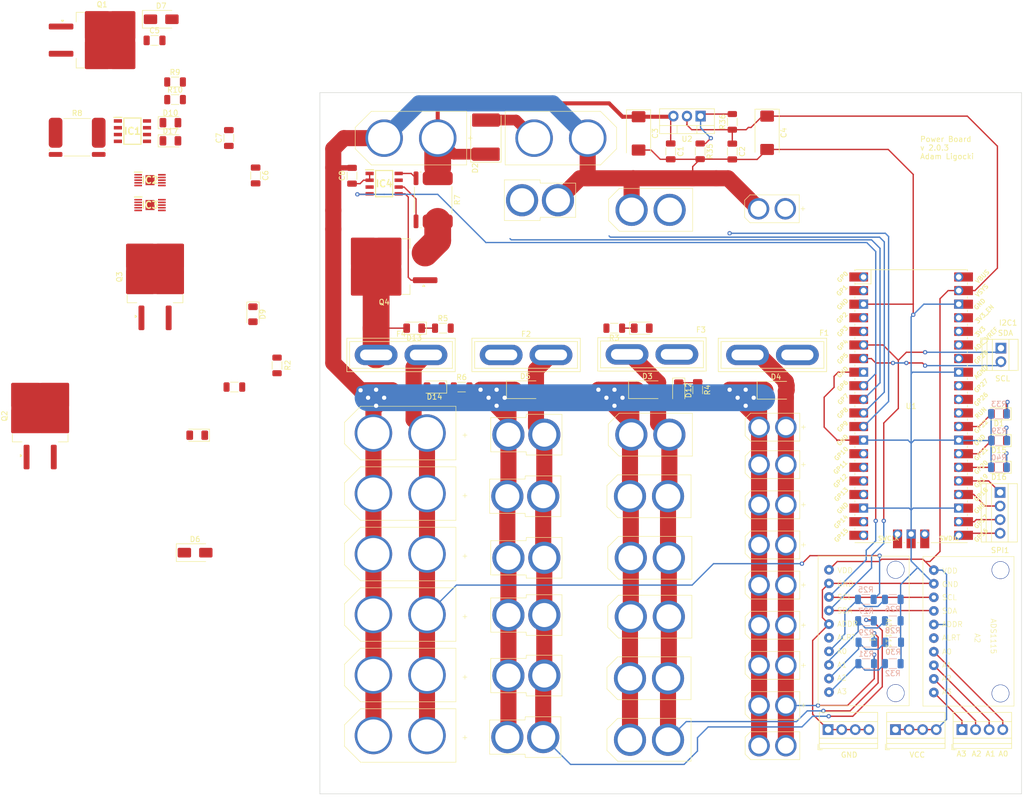
<source format=kicad_pcb>
(kicad_pcb (version 20240108) (generator "pcbnew") (generator_version "8.0")
  (layers (0 "F.Cu" signal) (31 "B.Cu" signal) (34 "B.Paste" user) (35 "F.Paste" user) (36 "B.SilkS" user "B.Silkscreen") (37 "F.SilkS" user "F.Silkscreen") (38 "B.Mask" user) (39 "F.Mask" user) (44 "Edge.Cuts" user))
  (net 0 "")
  (net 1 "GND")
  (net 2 "Net-(A2-A0)")
  (net 3 "Net-(A2-A2)")
  (net 4 "Net-(A2-A3)")
  (net 5 "Net-(A2-A1)")
  (net 6 "VCC")
  (net 7 "+24V")
  (net 8 "+12V")
  (net 9 "Net-(IC2-BST)")
  (net 10 "Net-(IC2-TS)")
  (net 11 "Net-(IC3-BST)")
  (net 12 "+5V")
  (net 13 "Net-(IC3-TS)")
  (net 14 "Net-(IC2-TGDN)")
  (net 15 "+42V")
  (net 16 "EN_24V")
  (net 17 "EN_12V")
  (net 18 "EN_5V")
  (net 19 "Net-(A1-A0)")
  (net 20 "Net-(A1-A1)")
  (net 21 "Net-(A1-A2)")
  (net 22 "Net-(A1-A3)")
  (net 23 "Net-(U2-ADJ)")
  (net 24 "SCL")
  (net 25 "SDA")
  (net 28 "Net-(D1-A)")
  (net 36 "Net-(D1-K)")
  (net 42 "Net-(D15-K)")
  (net 48 "Net-(D15-A)")
  (net 57 "Net-(D16-K)")
  (net 68 "Net-(D16-A)")
  (net 73 "12V_2")
  (net 74 "5V_2")
  (net 75 "24V_2")
  (net 76 "42V_2")
  (net 77 "Net-(D2-A)")
  (net 78 "Net-(D8-A)")
  (net 79 "Net-(D8-K)")
  (net 80 "Net-(D9-K)")
  (net 81 "Net-(D10-K)")
  (net 82 "Net-(D11-A)")
  (net 83 "Net-(D11-K)")
  (net 84 "Net-(D12-K)")
  (net 87 "Net-(IC3-TGDN)")
  (net 89 "Net-(SPI1-Pin_2)")
  (net 90 "Net-(SPI1-Pin_1)")
  (net 91 "Net-(SPI1-Pin_3)")
  (net 92 "Net-(SPI1-Pin_4)")
  (net 95 "Net-(IC4-GND)")
  (net 96 "Net-(D6-A1)")
  (net 97 "Net-(D13-A)")
  (net 98 "Net-(D13-K)")
  (net 99 "Net-(D14-K)")
  (net 100 "EN_42V")
  (net 101 "Net-(IC4-SENSE)")
  (net 102 "Net-(Q4-S)")
  (net 103 "Net-(IC1-GND)")
  (net 104 "Net-(D7-A1)")
  (net 105 "Net-(D10-A)")
  (net 106 "Net-(D17-K)")
  (net 107 "Net-(IC1-SENSE)")
  (net 110 "Net-(Q1-S)")
  (footprint "my_footprint_lib:XT90" (layer "F.Cu") (at 84.6 98.1)
    (property "Reference" "J5" (hide yes))
    (property "Value" "XT90" (hide yes))
  )
  (footprint "MountingHole:MountingHole_3.2mm_M3" (layer "F.Cu") (at 208 32.5)
    (property "Reference" "H4" (hide yes))
    (property "Value" "MountingHole" (hide yes))
  )
  (footprint "my_footprint_lib:XT30" (layer "F.Cu") (at 159.4 94.6)
    (property "Reference" "J22" (hide yes))
    (property "Value" "XT30" (hide yes))
  )
  (footprint "Diode_SMD:D_1206_3216Metric" (layer "F.Cu") (at 101.4 84.5 180)
    (property "Reference" "D14")
    (property "Value" "LED")
  )
  (footprint "Diode_SMD:D_1206_3216Metric" (layer "F.Cu") (at 67.5 70.9 -90)
    (property "Reference" "D9")
    (property "Value" "LED")
  )
  (footprint "my_footprint_lib:XT30" (layer "F.Cu") (at 159.4 139.1)
    (property "Reference" "J29" (hide yes))
    (property "Value" "XT30" (hide yes))
  )
  (footprint "Capacitor_Tantalum_SMD:CP_EIA-7343-15_Kemet-W" (layer "F.Cu") (at 139.5 37.1125 -90)
    (property "Reference" "C3")
    (property "Value" "10u")
  )
  (footprint "Diode_SMD:D_SMA" (layer "F.Cu") (at 50.375 15.79)
    (property "Reference" "D7")
    (property "Value" "SMAJ48A")
  )
  (footprint "my_footprint_lib:XT60" (layer "F.Cu") (at 133.75 131.4)
    (property "Reference" "J19" (hide yes))
    (property "Value" "XT60" (hide yes))
  )
  (footprint "my_footprint_lib:XT30" (layer "F.Cu") (at 159.4 109.1)
    (property "Reference" "J24" (hide yes))
    (property "Value" "XT30" (hide yes))
  )
  (footprint "my_footprint_lib:XT90" (layer "F.Cu") (at 84.6 154.6)
    (property "Reference" "J28" (hide yes))
    (property "Value" "XT90" (hide yes))
  )
  (footprint "Capacitor_SMD:C_1206_3216Metric" (layer "F.Cu") (at 86 45.025 90)
    (property "Reference" "C8")
    (property "Value" "1u")
  )
  (footprint "Diode_SMD:D_3220_8050Metric" (layer "F.Cu") (at 111 37.8125 90)
    (property "Reference" "D2")
    (property "Value" "D")
  )
  (footprint "Resistor_SMD:R_1206_3216Metric" (layer "F.Cu") (at 102.9625 73.5)
    (property "Reference" "R5")
    (property "Value" "6k8")
  )
  (footprint "Capacitor_SMD:C_1206_3216Metric" (layer "F.Cu") (at 49.13 19.74)
    (property "Reference" "C5")
    (property "Value" "1u")
  )
  (footprint "Resistor_SMD:R_Shunt_Isabellenhuette_BVR4026" (layer "F.Cu") (at 34.68 37.84)
    (property "Reference" "R8")
    (property "Value" "3m")
  )
  (footprint "Resistor_SMD:R_1206_3216Metric" (layer "F.Cu") (at 72 80.4625 -90)
    (property "Reference" "R2")
    (property "Value" "6k8")
  )
  (footprint "SamacSys_Parts:SOIC127P599X175-8N" (layer "F.Cu") (at 92 46.5)
    (property "Reference" "IC4")
    (property "Value" "LT1910ES8#PBF" (hide yes))
  )
  (footprint "Fuse:Fuse_Blade_ATO_directSolder" (layer "F.Cu") (at 146.65 78.4 180)
    (property "Reference" "F3")
    (property "Value" "Fuse")
  )
  (footprint "Diode_SMD:D_1206_3216Metric" (layer "F.Cu") (at 140.1 73.5)
    (property "Reference" "D11" (hide yes))
    (property "Value" "LED")
  )
  (footprint "my_footprint_lib:XT60" (layer "F.Cu") (at 133.75 120.4)
    (property "Reference" "J18" (hide yes))
    (property "Value" "XT60" (hide yes))
  )
  (footprint "my_footprint_lib:DEAN_T" (layer "F.Cu") (at 125.2 97.2)
    (property "Reference" "J10" (hide yes))
    (property "Value" "DEAN_T" (hide yes))
  )
  (footprint "Capacitor_SMD:C_1206_3216Metric" (layer "F.Cu") (at 157 40.5 -90)
    (property "Reference" "C2")
    (property "Value" "1u")
  )
  (footprint "Diode_SMD:D_1206_3216Metric" (layer "F.Cu") (at 97.6 73.5 180)
    (property "Reference" "D13")
    (property "Value" "LED")
  )
  (footprint "Fuse:Fuse_Blade_ATO_directSolder" (layer "F.Cu") (at 90.5 78.5)
    (property "Reference" "F4")
    (property "Value" "Fuse")
  )
  (footprint "TerminalBlock:TerminalBlock_Xinya_XY308-2.54-4P_1x04_P2.54mm_Horizontal" (layer "F.Cu") (at 174.88 148.5)
    (property "Reference" "GND1" (hide yes))
    (property "Value" "Screw_Terminal_01x04" (hide yes))
  )
  (footprint "Diode_SMD:D_1206_3216Metric" (layer "F.Cu") (at 206.78 99.5 180)
    (property "Reference" "D16")
    (property "Value" "LED")
  )
  (footprint "MountingHole:MountingHole_3.2mm_M3" (layer "F.Cu") (at 208 157.5)
    (property "Reference" "H3" (hide yes))
    (property "Value" "MountingHole" (hide yes))
  )
  (footprint "my_footprint_lib:DEAN_T" (layer "F.Cu") (at 125.2 130.9)
    (property "Reference" "J13" (hide yes))
    (property "Value" "DEAN_T" (hide yes))
  )
  (footprint "Fuse:Fuse_Blade_ATO_directSolder" (layer "F.Cu") (at 113.85 78.5)
    (property "Reference" "F2")
    (property "Value" "Fuse")
  )
  (footprint "MountingHole:MountingHole_3.2mm_M3" (layer "F.Cu") (at 83 157.6)
    (property "Reference" "H2" (hide yes))
    (property "Value" "MountingHole" (hide yes))
  )
  (footprint "my_footprint_lib:XT90" (layer "F.Cu") (at 84.6 132)
    (property "Reference" "J8" (hide yes))
    (property "Value" "XT90" (hide yes))
  )
  (footprint "my_footprint_lib:XT30" (layer "F.Cu") (at 159.4 154.1)
    (property "Reference" "J31" (hide yes))
    (property "Value" "XT30" (hide yes))
  )
  (footprint "my_footprint_lib:ADS1115" (layer "F.Cu") (at 192.595 116.165 -90)
    (property "Reference" "A2")
    (property "Value" "ADS1115_ADC_Module")
  )
  (footprint "Resistor_SMD:R_1206_3216Metric" (layer "F.Cu") (at 52.96 30.8)
    (property "Reference" "R10")
    (property "Value" "6k8")
  )
  (footprint "Resistor_SMD:R_1206_3216Metric" (layer "F.Cu") (at 151 40.4625 -90)
    (property "Reference" "R35")
    (property "Value" "680R")
  )
  (footprint "SamacSys_Parts:SOP50P490X110-11N" (layer "F.Cu") (at 48.288 50.5)
    (property "Reference" "IC3")
    (property "Value" "LTC7004HMSE#PBF" (hide yes))
  )
  (footprint "my_footprint_lib:XT30" (layer "F.Cu") (at 159.4 116.6)
    (property "Reference" "J25" (hide yes))
    (property "Value" "XT30" (hide yes))
  )
  (footprint "my_footprint_lib:XT30" (layer "F.Cu") (at 159.4 101.6)
    (property "Reference" "J23" (hide yes))
    (property "Value" "XT30" (hide yes))
  )
  (footprint "my_footprint_lib:XT30" (layer "F.Cu") (at 159.3 53.8)
    (property "Reference" "J4" (hide yes))
    (property "Value" "XT30" (hide yes))
  )
  (footprint "SamacSys_Parts:SOP50P490X110-11N" (layer "F.Cu") (at 48.288 45.848)
    (property "Reference" "IC2")
    (property "Value" "LTC7004HMSE#PBF" (hide yes))
  )
  (footprint "Resistor_SMD:R_Shunt_Isabellenhuette_BVR4026" (layer "F.Cu") (at 101.15 49.525 -90)
    (property "Reference" "R7")
    (property "Value" "3m")
  )
  (footprint "my_footprint_lib:DEAN_T" (layer "F.Cu") (at 114.45 45.8 180)
    (property "Reference" "J2" (hide yes))
    (property "Value" "DEAN_T" (hide yes))
  )
  (footprint "Package_TO_SOT_SMD:TO-263-2" (layer "F.Cu") (at 49.225 63.925 90)
    (property "Reference" "Q3")
    (property "Value" "IRFS7437TRLPBF")
  )
  (footprint "TerminalBlock:TerminalBlock_Xinya_XY308-2.54-2P_1x02_P2.54mm_Horizontal" (layer "F.Cu") (at 207.15 77.225 -90)
    (property "Reference" "I2C1")
    (property "Value" "Screw_Terminal_01x02" (hide yes))
  )
  (footprint "my_footprint_lib:DEAN_T" (layer "F.Cu") (at 125 108.7)
    (property "Reference" "J11" (hide yes))
    (property "Value" "DEAN_T" (hide yes))
  )
  (footprint "Diode_SMD:D_1206_3216Metric" (layer "F.Cu") (at 52.1 35.11)
    (property "Reference" "D10")
    (property "Value" "LED")
  )
  (footprint "my_footprint_lib:XT90" (layer "F.Cu") (at 84.6 143.3)
    (property "Reference" "J9" (hide yes))
    (property "Value" "XT90" (hide yes))
  )
  (footprint "my_footprint_lib:XT90" (layer "F.Cu") (at 135.4 33 180)
    (property "Reference" "J32" (hide yes))
    (property "Value" "Conn_01x02")
  )
  (footprint "SamacSys_Parts:SOIC127P599X175-8N" (layer "F.Cu") (at 45.005 36.692)
    (property "Reference" "IC1")
    (property "Value" "LT1910ES8#PBF" (hide yes))
  )
  (footprint "my_footprint_lib:XT60" (layer "F.Cu") (at 133.6 142.9)
    (property "Reference" "J20" (hide yes))
    (property "Value" "XT60" (hide yes))
  )
  (footprint "my_footprint_lib:DEAN_T" (layer "F.Cu") (at 125.2 120.2)
    (property "Reference" "J12" (hide yes))
    (property "Value" "DEAN_T" (hide yes))
  )
  (footprint "Diode_SMD:D_SMA" (layer "F.Cu") (at 165.15 85.1)
    (property "Reference" "D4")
    (property "Value" "SMAJ6.5CA")
  )
  (footprint "Resistor_SMD:R_1206_3216Metric" (layer "F.Cu") (at 64.0375 84.5)
    (property "Reference" "R1" (hide yes))
    (property "Value" "6k8" (hide yes))
  )
  (footprint "my_footprint_lib:XT30" (layer "F.Cu") (at 159.4 131.6)
    (property "Reference" "J27" (hide yes))
    (property "Value" "XT30" (hide yes))
  )
  (footprint "Capacitor_Tantalum_SMD:CP_EIA-7343-15_Kemet-W" (layer "F.Cu") (at 163.5 37 -90)
    (property "Reference" "C4")
    (property "Value" "10u")
  )
  (footprint "my_footprint_lib:XT90" (layer "F.Cu") (at 86.6 43)
    (property "Reference" "J1" (hide yes))
    (property "Value" "XT90")
  )
  (footprint "MCU_RaspberryPi_and_Boards:RPi_Pico_SMD_TH" (layer "F.Cu") (at 190.39 88.07)
    (property "Reference" "U1")
    (property "Value" "Pico")
  )
  (footprint "Diode_SMD:D_SMA" (layer "F.Cu") (at 118.35 85)
    (property "Reference" "D5")
    (property "Value" "SMAJ30CA")
  )
  (footprint "my_footprint_lib:XT30" (layer "F.Cu") (at 159.4 146.6)
    (property "Reference" "J30" (hide yes))
    (property "Value" "XT30" (hide yes))
  )
  (footprint "Resistor_SMD:R_1206_3216Metric" (layer "F.Cu") (at 134.9625 73.5 180)
    (property "Reference" "R3")
    (property "Value" "6k8")
  )
  (footprint "my_footprint_lib:XT60" (layer "F.Cu") (at 133.9 55.4)
    (property "Reference" "J3" (hide yes))
    (property "Value" "XT60" (hide yes))
  )
  (footprint "Capacitor_SMD:C_1206_3216Metric" (layer "F.Cu") (at 68 44.975 -90)
    (property "Reference" "C6")
    (property "Value" "0.1u")
  )
  (footprint "Resistor_SMD:R_1206_3216Metric" (layer "F.Cu") (at 52.96 27.51)
    (property "Reference" "R9")
    (property "Value" "6k8")
  )
  (footprint "Diode_SMD:D_SMA" (layer "F.Cu") (at 56.7025 115.44)
    (property "Reference" "D6")
    (property "Value" "SMAJ48A")
  )
  (footprint "MountingHole:MountingHole_3.2mm_M3" (layer "F.Cu") (at 83 32.5)
    (property "Reference" "H1" (hide yes))
    (property "Value" "MountingHole" (hide yes))
  )
  (footprint "my_footprint_lib:DEAN_T" (layer "F.Cu") (at 125.2 142.2)
    (property "Reference" "J14" (hide yes))
    (property "Value" "DEAN_T" (hide yes))
  )
  (footprint "my_footprint_lib:XT60" (layer "F.Cu") (at 133.6 108.9)
    (property "Reference" "J17" (hide yes))
    (property "Value" "XT60" (hide yes))
  )
  (footprint "Fuse:Fuse_Blade_ATO_directSolder" (layer "F.Cu") (at 169.15 78.5 180)
    (property "Reference" "F1")
    (property "Value" "Fuse")
  )
  (footprint "Diode_SMD:D_1206_3216Metric" (layer "F.Cu") (at 206.78 89.5 180)
    (property "Reference" "D1")
    (property "Value" "LED")
  )
  (footprint "my_footprint_lib:XT90" (layer "F.Cu") (at 84.6 109.4)
    (property "Reference" "J6" (hide yes))
    (property "Value" "XT90" (hide yes))
  )
  (footprint "Package_TO_SOT_SMD:TO-263-2" (layer "F.Cu") (at 39.33 19.69)
    (property "Reference" "Q1")
    (property "Value" "IRFS7437TRLPBF")
  )
  (footprint "Package_TO_SOT_SMD:TO-263-2" (layer "F.Cu") (at 27.775 89.925 90)
    (property "Reference" "Q2")
    (property "Value" "IRFS7437TRLPBF")
  )
  (footprint "Capacitor_SMD:C_1206_3216Metric" (layer "F.Cu") (at 145.5 40.475 -90)
    (property "Reference" "C1")
    (property "Value" "1u")
  )
  (footprint "Diode_SMD:D_SMA" (layer "F.Cu") (at 141.15 85)
    (property "Reference" "D3")
    (property "Value" "SMAJ15CA")
  )
  (footprint "Diode_SMD:D_1206_3216Metric" (layer "F.Cu") (at 57.1 93.5 180)
    (property "Reference" "D8" (hide yes))
    (property "Value" "LED")
  )
  (footprint "my_footprint_lib:XT60" (layer "F.Cu") (at 133.85 97.4)
    (property "Reference" "J16" (hide yes))
    (property "Value" "XT60" (hide yes))
  )
  (footprint "Diode_SMD:D_1206_3216Metric" (layer "F.Cu") (at 52.1 38.5)
    (property "Reference" "D17")
    (property "Value" "LED")
  )
  (footprint "my_footprint_lib:XT60" (layer "F.Cu") (at 133.6 154.4)
    (property "Reference" "J21" (hide yes))
    (property "Value" "XT60" (hide yes))
  )
  (footprint "Package_TO_SOT_THT:TO-220-3_Vertical" (layer "F.Cu") (at 151.08 33.8875 180)
    (property "Reference" "U2")
    (property "Value" "LM317_TO-220")
  )
  (footprint "Resistor_SMD:R_1206_3216Metric" (layer "F.Cu") (at 157 34.9625 90)
    (property "Reference" "R36")
    (property "Value" "220R")
  )
  (footprint "Resistor_SMD:R_1206_3216Metric" (layer "F.Cu") (at 106.4625 84.5)
    (property "Reference" "R6")
    (property "Value" "6k8")
  )
  (footprint "Diode_SMD:D_1206_3216Metric" (layer "F.Cu") (at 147 85.1 -90)
    (property "Reference" "D12")
    (property "Value" "LED")
  )
  (footprint "TerminalBlock:TerminalBlock_Xinya_XY308-2.54-4P_1x04_P2.54mm_Horizontal" (layer "F.Cu") (at 207 104.19 -90)
    (property "Reference" "SPI1")
    (property "Value" "Screw_Terminal_01x04" (hide yes))
  )
  (footprint "my_footprint_lib:DEAN_T" (layer "F.Cu") (at 125 153.7)
    (property "Reference" "J15" (hide yes))
    (property "Value" "DEAN_T" (hide yes))
  )
  (footprint "my_footprint_lib:XT30" (layer "F.Cu") (at 159.4 124.1)
    (property "Reference" "J26" (hide yes))
    (property "Value" "XT30" (hide yes))
  )
  (footprint "Package_TO_SOT_SMD:TO-263-2" (layer "F.Cu") (at 92 62 180)
    (property "Reference" "Q4")
    (property "Value" "IRFS7437TRLPBF")
  )
  (footprint "TerminalBlock:TerminalBlock_Xinya_XY308-2.54-4P_1x04_P2.54mm_Horizontal" (layer "F.Cu") (at 187.46 148.5)
    (property "Reference" "VCC1" (hide yes))
    (property "Value" "Screw_Terminal_01x04" (hide yes))
  )
  (footprint "Diode_SMD:D_1206_3216Metric" (layer "F.Cu") (at 206.78 94.5 180)
    (property "Reference" "D15")
    (property "Value" "LED")
  )
  (footprint "Resistor_SMD:R_1206_3216Metric" (layer "F.Cu") (at 150.5375 85.0375 -90)
    (property "Reference" "R4")
    (property "Value" "6k8")
  )
  (footprint "Capacitor_SMD:C_1206_3216Metric" (layer "F.Cu") (at 63 37.975 90)
    (property "Reference" "C7")
    (property "Value" "0.1u")
  )
  (footprint "TerminalBlock:TerminalBlock_Xinya_XY308-2.54-4P_1x04_P2.54mm_Horizontal" (layer "F.Cu") (at 199.88 148.5)
    (property "Reference" "ADC1" (hide yes))
    (property "Value" "Screw_Terminal_01x04" (hide yes))
  )
  (footprint "my_footprint_lib:XT90" (layer "F.Cu") (at 84.6 120.7)
    (property "Reference" "J7" (hide yes))
    (property "Value" "XT90" (hide yes))
  )
  (footprint "my_footprint_lib:ADS1115" (layer "F.Cu") (at 173.022 116.1 -90)
    (property "Reference" "A1")
    (property "Value" "ADS1115_ADC_Module")
  )
  (footprint "Resistor_SMD:R_1206_3216Metric" (layer "B.Cu") (at 181.9625 128.177341 180)
    (property "Reference" "R27")
    (property "Value" "100k")
  )
  (footprint "Resistor_SMD:R_1206_3216Metric" (layer "B.Cu") (at 187.0375 132.177341)
    (property "Reference" "R30")
    (property "Value" "33k")
  )
  (footprint "Resistor_SMD:R_1206_3216Metric" (layer "B.Cu") (at 186.9625 124.177341)
    (property "Reference" "R26")
    (property "Value" "10k")
  )
  (footprint "Resistor_SMD:R_1206_3216Metric" (layer "B.Cu") (at 206.78 89.5 180)
    (property "Reference" "R33")
    (property "Value" "10k")
  )
  (footprint "Resistor_SMD:R_1206_3216Metric" (layer "B.Cu") (at 206.8425 94.5 180)
    (property "Reference" "R39")
    (property "Value" "10k")
  )
  (footprint "Resistor_SMD:R_1206_3216Metric" (layer "B.Cu") (at 182.0375 132.177341 180)
    (property "Reference" "R29")
    (property "Value" "100k")
  )
  (footprint "Resistor_SMD:R_1206_3216Metric" (layer "B.Cu") (at 206.78 99.5 180)
    (property "Reference" "R40")
    (property "Value" "10k")
  )
  (footprint "Resistor_SMD:R_1206_3216Metric" (layer "B.Cu") (at 182 136.177341 180)
    (property "Reference" "R31")
    (property "Value" "10k")
  )
  (footprint "Resistor_SMD:R_1206_3216Metric" (layer "B.Cu") (at 181.925 124.177341 180)
    (property "Reference" "R25")
    (property "Value" "100k")
  )
  (footprint "Resistor_SMD:R_1206_3216Metric" (layer "B.Cu") (at 186.9625 128.177341)
    (property "Reference" "R28")
    (property "Value" "10k")
  )
  (footprint "Resistor_SMD:R_1206_3216Metric" (layer "B.Cu") (at 186.9625 136.177341)
    (property "Reference" "R32")
    (property "Value" "100k")
  )
  (gr_line (start 211 29.5) (end 80 29.5) (stroke (width 0.1)) (layer "Edge.Cuts"))
  (gr_line (start 80 29.5) (end 80 160.5) (stroke (width 0.1)) (layer "Edge.Cuts"))
  (gr_line (start 211 160.5) (end 211 29.5) (stroke (width 0.1)) (layer "Edge.Cuts"))
  (gr_line (start 80 160.5) (end 211 160.5) (stroke (width 0.1)) (layer "Edge.Cuts"))
  (gr_text "A3\n" (at 198.8 153.6 0) (layer "F.SilkS") (effects (font (size 1 1)) (justify left bottom)))
  (gr_text "A0" (at 206.6 153.6 0) (layer "F.SilkS") (effects (font (size 1 1)) (justify left bottom)))
  (gr_text "VCC" (at 190 153.8 0) (layer "F.SilkS") (effects (font (size 1 1)) (justify left bottom)))
  (gr_text "Power Board\nv 2.0.3\nAdam Ligocki" (at 192 42 0) (layer "F.SilkS") (effects (font (size 1 1)) (justify left bottom)))
  (gr_text "SDA" (at 206.5 75 0) (layer "F.SilkS") (effects (font (size 1 1)) (justify left bottom)))
  (gr_text "GND\n" (at 177.2 153.8 0) (layer "F.SilkS") (effects (font (size 1 1)) (justify left bottom)))
  (gr_text "A2" (at 201.6 153.6 0) (layer "F.SilkS") (effects (font (size 1 1)) (justify left bottom)))
  (gr_text "SCL" (at 206 83.5 0) (layer "F.SilkS") (effects (font (size 1 1)) (justify left bottom)))
  (gr_text "A1" (at 204.2 153.6 0) (layer "F.SilkS") (effects (font (size 1 1)) (justify left bottom)))
  (segment (start 190.78 69) (end 190.78 71) (width 0.25) (layer "F.Cu") (net 1))
  (segment (start 174.15 86.4) (end 174.15 91.99) (width 0.25) (layer "F.Cu") (net 1))
  (segment (start 143.55 41.95) (end 141.825 40.225) (width 0.25) (layer "F.Cu") (net 1))
  (segment (start 115.2 149.7) (end 115 149.9) (width 3) (layer "F.Cu") (net 1))
  (segment (start 149.6 43.325) (end 149.6 45.5) (width 0.25) (layer "F.Cu") (net 1))
  (segment (start 176 84.55) (end 176 82.5) (width 0.25) (layer "F.Cu") (net 1))
  (segment (start 87.6 85.1) (end 82.5 80) (width 3) (layer "F.Cu") (net 1))
  (segment (start 175.054 128.8) (end 172 131.854) (width 0.25) (layer "F.Cu") (net 1))
  (segment (start 138.2 51.4) (end 138.2 45.8) (width 3) (layer "F.Cu") (net 1))
  (segment (start 90 93.1) (end 90 104.4) (width 3) (layer "F.Cu") (net 1))
  (segment (start 130 45.5) (end 138.5 45.5) (width 3) (layer "F.Cu") (net 1))
  (segment (start 163.15 85.1) (end 162.4 85.1) (width 3) (layer "F.Cu") (net 1))
  (segment (start 174.88 148.5) (end 177.42 148.5) (width 0.25) (layer "F.Cu") (net 1))
  (segment (start 176.78 81.72) (end 181.5 81.72) (width 0.25) (layer "F.Cu") (net 1))
  (segment (start 90 115.7) (end 90 127) (width 3) (layer "F.Cu") (net 1))
  (segment (start 107.925 84.075) (end 108 84) (width 0.25) (layer "F.Cu") (net 1))
  (segment (start 190.78 44.78) (end 190.78 69) (width 0.25) (layer "F.Cu") (net 1))
  (segment (start 110 85) (end 116.35 85) (width 3) (layer "F.Cu") (net 1))
  (segment (start 107.925 84.5) (end 109.5 84.5) (width 1) (layer "F.Cu") (net 1))
  (segment (start 82.55 43.55) (end 82.5 43.5) (width 0.25) (layer "F.Cu") (net 1))
  (segment (start 90 127) (end 90 138.3) (width 3) (layer "F.Cu") (net 1))
  (segment (start 181.5 69.02) (end 190.76 69.02) (width 0.25) (layer "F.Cu") (net 1))
  (segment (start 90 87.5) (end 90 88.6) (width 3) (layer "F.Cu") (net 1))
  (segment (start 138.15 93.4) (end 138.15 86) (width 3) (layer "F.Cu") (net 1))
  (segment (start 83 54.5) (end 82.5 55) (width 0.25) (layer "F.Cu") (net 1))
  (segment (start 162 99) (end 162 106.5) (width 3) (layer "F.Cu") (net 1))
  (segment (start 115.2 93.4) (end 115.2 90) (width 3) (layer "F.Cu") (net 1))
  (segment (start 132 85) (end 139.15 85) (width 3) (layer "F.Cu") (net 1))
  (segment (start 162 121.5) (end 162 129) (width 3) (layer "F.Cu") (net 1))
  (segment (start 138.05 105.05) (end 137.9 104.9) (width 3) (layer "F.Cu") (net 1))
  (segment (start 151 41.925) (end 156.95 41.925) (width 0.25) (layer "F.Cu") (net 1))
  (segment (start 141.825 40.225) (end 139.5 40.225) (width 0.25) (layer "F.Cu") (net 1))
  (segment (start 115.2 90) (end 115 90) (width 3) (layer "F.Cu") (net 1))
  (segment (start 82.5 51.5) (end 82.5 43.5) (width 3) (layer "F.Cu") (net 1))
  (segment (start 138.05 127.4) (end 138.05 116.4) (width 3) (layer "F.Cu") (net 1))
  (segment (start 181.5 94.42) (end 176.58 94.42) (width 0.25) (layer "F.Cu") (net 1))
  (segment (start 115.2 90) (end 115.2 88.2) (width 3) (layer "F.Cu") (net 1))
  (segment (start 115 104.9) (end 115 116.2) (width 3) (layer "F.Cu") (net 1))
  (segment (start 162 92) (end 162 99) (width 3) (layer "F.Cu") (net 1))
  (segment (start 90 149.6) (end 90 138.3) (width 3) (layer "F.Cu") (net 1))
  (segment (start 138.15 91.15) (end 132 85) (width 3) (layer "F.Cu") (net 1))
  (segment (start 115.2 116.4) (end 115.2 127.1) (width 3) (layer "F.Cu") (net 1))
  (segment (start 151 41.925) (end 149.6 43.325) (width 0.25) (layer "F.Cu") (net 1))
  (segment (start 182.5 148.5) (end 179.96 148.5) (width 0.25) (layer "F.Cu") (net 1))
  (segment (start 137 86) (end 136.5 86.5) (width 3) (layer "F.Cu") (net 1))
  (segment (start 130 45.5) (end 130 38) (width 3) (layer "F.Cu") (net 1))
  (segment (start 179.4 94.42) (end 179.38 94.4) (width 0.25) (layer "F.Cu") (net 1))
  (segment (start 181.5 94.42) (end 179.4 94.42) (width 0.25) (layer "F.Cu") (net 1))
  (segment (start 93.5 85.1) (end 87.6 85.1) (width 3) (layer "F.Cu") (net 1))
  (segment (start 82.5 43.5) (end 82.5 40) (width 3) (layer "F.Cu") (net 1))
  (segment (start 116.35 85) (end 116.35 87.05) (width 3) (layer "F.Cu") (net 1))
  (segment (start 82.5 80) (end 82.5 55) (width 3) (layer "F.Cu") (net 1))
  (segment (start 109.5 84.5) (end 110 85) (width 0.25) (layer "F.Cu") (net 1))
  (segment (start 115.2 138.4) (end 115.2 149.7) (width 3) (layer "F.Cu") (net 1))
  (segment (start 176.58 94.42) (end 176.5 94.5) (width 0.25) (layer "F.Cu") (net 1))
  (segment (start 90 88.6) (end 93.5 85.1) (width 3) (layer "F.Cu") (net 1))
  (segment (start 115 116.2) (end 115.2 116.4) (width 3) (layer "F.Cu") (net 1))
  (segment (start 84.5 38) (end 92 38) (width 3) (layer "F.Cu") (net 1))
  (segment (start 162 106.5) (end 162 114) (width 3) (layer "F.Cu") (net 1))
  (segment (start 162 151.5) (end 162 144) (width 3) (layer "F.Cu") (net 1))
  (segment (start 136.782379 52.817621) (end 138.2 51.4) (width 0.25) (layer "F.Cu") (net 1))
  (segment (start 115.2 104.7) (end 115 104.9) (width 3) (layer "F.Cu") (net 1))
  (segment (start 115 90) (end 110 85) (width 3) (layer "F.Cu") (net 1))
  (segment (start 150.975 41.95) (end 151 41.925) (width 0.25) (layer "F.Cu") (net 1))
  (segment (start 130 45.5) (end 128.55 45.5) (width 3) (layer "F.Cu") (net 1))
  (segment (start 82.5 40) (end 84.5 38) (width 3) (layer "F.Cu") (net 1))
  (segment (start 162 86.25) (end 163.15 85.1) (width 3) (layer "F.Cu") (net 1))
  (segment (start 138.15 93.4) (end 138.15 91.15) (width 3) (layer "F.Cu") (net 1))
  (segment (start 149.6 45.5) (end 154 45.5) (width 3) (layer "F.Cu") (net 1))
  (segment (start 86 43.55) (end 82.55 43.55) (width 1) (layer "F.Cu") (net 1))
  (segment (start 190.76 69.02) (end 190.78 69) (width 0.25) (layer "F.Cu") (net 1))
  (segment (start 115.2 93.4) (end 115.2 104.7) (width 3) (layer "F.Cu") (net 1))
  (segment (start 162.4 85.1) (end 161 86.5) (width 3) (layer "F.Cu") (net 1))
  (segment (start 154 45.5) (end 156.2 45.5) (width 3) (layer "F.Cu") (net 1))
  (segment (start 107.925 84.5) (end 107.925 84.075) (width 0.25) (layer "F.Cu") (net 1))
  (segment (start 162 114) (end 162 121.5) (width 3) (layer "F.Cu") (net 1))
  (segment (start 156.95 41.925) (end 157 41.975) (width 0.25) (layer "F.Cu") (net 1))
  (segment (start 128.55 45.5) (end 124.45 49.6) (width 3) (layer "F.Cu") (net 1))
  (segment (start 137.9 93.65) (end 138.15 93.4) (width 3) (layer "F.Cu") (net 1))
  (segment (start 173.829 122.405) (end 175.054 121.18) (width 0.25) (layer "F.Cu") (net 1))
  (segment (start 145.5 41.95) (end 150.975 41.95) (width 0.25) (layer "F.Cu") (net 1))
  (segment (start 116.35 87.05) (end 115.2 88.2) (width 3) (layer "F.Cu") (net 1))
  (segment (start 174.15 86.4) (end 176 84.55) (width 0.25) (layer "F.Cu") (net 1))
  (segment (start 115.2 127.1) (end 115.2 138.4) (width 3) (layer "F.Cu") (net 1))
  (segment (start 137.9 104.9) (end 137.9 93.65) (width 3) (layer "F.Cu") (net 1))
  (segment (start 138.2 45.8) (end 138.5 45.5) (width 3) (layer "F.Cu") (net 1))
  (segment (start 138.15 86) (end 139.15 85) (width 3) (layer "F.Cu") (net 1))
  (segment (start 173.829 127.575) (end 173.829 122.405) (width 0.25) (layer "F.Cu") (net 1))
  (segment (start 172 145.62) (end 174.88 148.5) (width 0.25) (layer "F.Cu") (net 1))
  (segment (start 162 92) (end 162 90.5) (width 3) (layer "F.Cu") (net 1))
  (segment (start 186.1125 40.1125) (end 190.78 44.78) (width 0.25) (layer "F.Cu") (net 1))
  (segment (start 156.2 45.5) (end 161.9 51.2) (width 3) (layer "F.Cu") (net 1))
  (segment (start 138.05 116.4) (end 138.05 105.05) (width 3) (layer "F.Cu") (net 1))
  (segment (start 138.5 45.5) (end 149.6 45.5) (width 3) (layer "F.Cu") (net 1))
  (segment (start 179.96 148.5) (end 177.42 148.5) (width 0.25) (layer "F.Cu") (net 1))
  (segment (start 162 90.5) (end 156.5 85) (width 3) (layer "F.Cu") (net 1))
  (segment (start 90 93.1) (end 90 88.6) (width 3) (layer "F.Cu") (net 1))
  (segment (start 174.15 91.99) (end 176.58 94.42) (width 0.25) (layer "F.Cu") (net 1))
  (segment (start 172 131.854) (end 172 145.62) (width 0.25) (layer "F.Cu") (net 1))
  (segment (start 138.15 86) (end 137 86) (width 3) (layer "F.Cu") (net 1))
  (segment (start 162 136.5) (end 162 129) (width 3) (layer "F.Cu") (net 1))
  (segment (start 87.6 85.1) (end 90 87.5) (width 3) (layer "F.Cu") (net 1))
  (segment (start 82.5 55) (end 82.5 51.5) (width 3) (layer "F.Cu") (net 1))
  (segment (start 163.5 40.1125) (end 186.1125 40.1125) (width 0.25) (layer "F.Cu") (net 1))
  (segment (start 156.5 85) (end 163.05 85) (width 3) (layer "F.Cu") (net 1))
  (segment (start 162 144) (end 162 136.5) (width 3) (layer "F.Cu") (net 1))
  (segment (start 194.562 121.18) (end 194.627 121.245) (width 0.25) (layer "F.Cu") (net 1))
  (segment (start 163.05 85) (end 163.15 85.1) (width 3) (layer "F.Cu") (net 1))
  (segment (start 157 41.975) (end 161.6375 41.975) (width 0.25) (layer "F.Cu") (net 1))
  (segment (start 175.054 128.8) (end 173.829 127.575) (width 0.25) (layer "F.Cu") (net 1))
  (segment (start 137.9 138.9) (end 137.9 127.55) (width 3) (layer "F.Cu") (net 1))
  (segment (start 161.6375 41.975) (end 163.5 40.1125) (width 0.25) (layer "F.Cu") (net 1))
  (segment (start 176 82.5) (end 176.78 81.72) (width 0.25) (layer "F.Cu") (net 1))
  (segment (start 137.9 127.55) (end 138.05 127.4) (width 3) (layer "F.Cu") (net 1))
  (segment (start 90 104.4) (end 90 115.7) (width 3) (layer "F.Cu") (net 1))
  (segment (start 162 92) (end 162 86.25) (width 3) (layer "F.Cu") (net 1))
  (segment (start 145.5 41.95) (end 143.55 41.95) (width 0.25) (layer "F.Cu") (net 1))
  (segment (start 137.9 150.4) (end 137.9 138.9) (width 3) (layer "F.Cu") (net 1))
  (segment (start 175.054 121.18) (end 194.562 121.18) (width 0.25) (layer "F.Cu") (net 1))
  (via (at 90.5 85) (size 1.6) (drill 0.8) (layers "F.Cu" "B.Cu") (net 1))
  (via (at 135 85) (size 1.6) (drill 0.8) (layers "F.Cu" "B.Cu") (net 1))
  (via (at 159.5 88) (size 1.6) (drill 0.8) (layers "F.Cu" "B.Cu") (net 1))
  (via (at 90.5 88) (size 1.6) (drill 0.8) (layers "F.Cu" "B.Cu") (net 1))
  (via (at 159.5 85) (size 1.6) (drill 0.8) (layers "F.Cu" "B.Cu") (net 1))
  (via (at 87.6 85.1) (size 1.6) (drill 0.8) (layers "F.Cu" "B.Cu") (net 1))
  (via (at 135 88) (size 1.6) (drill 0.8) (layers "F.Cu" "B.Cu") (net 1))
  (via (at 110 85) (size 1.6) (drill 0.8) (layers "F.Cu" "B.Cu") (net 1))
  (via (at 111.5 86.5) (size 1.6) (drill 0.8) (layers "F.Cu" "B.Cu") (net 1))
  (via (at 156.5 85) (size 1.6) (drill 0.8) (layers "F.Cu" "B.Cu") (net 1))
  (via (at 136.5 86.5) (size 1.6) (drill 0.8) (layers "F.Cu" "B.Cu") (net 1))
  (via (at 133.5 86.5) (size 1.6) (drill 0.8) (layers "F.Cu" "B.Cu") (net 1))
  (via (at 158 86.5) (size 1.6) (drill 0.8) (layers "F.Cu" "B.Cu") (net 1))
  (via (at 92 86.5) (size 1.6) (drill 0.8) (layers "F.Cu" "B.Cu") (net 1))
  (via (at 113 85) (size 1.6) (drill 0.8) (layers "F.Cu" "B.Cu") (net 1))
  (via (at 161 86.5) (size 1.6) (drill 0.8) (layers "F.Cu" "B.Cu") (net 1))
  (via (at 113 88) (size 1.6) (drill 0.8) (layers "F.Cu" "B.Cu") (net 1))
  (via (at 114.5 86.5) (size 1.6) (drill 0.8) (layers "F.Cu" "B.Cu") (net 1))
  (via (at 132 85) (size 1.6) (drill 0.8) (layers "F.Cu" "B.Cu") (net 1))
  (via (at 89 86.5) (size 1.6) (drill 0.8) (layers "F.Cu" "B.Cu") (net 1))
  (via (at 190.78 71) (size 0.8) (drill 0.4) (layers "F.Cu" "B.Cu") (net 1))
  (segment (start 190.77 107.12) (end 190.39 107.5) (width 0.25) (layer "B.Cu") (net 1))
  (segment (start 190.39 107.5) (end 190.39 95) (width 0.25) (layer "B.Cu") (net 1))
  (segment (start 115.5 86.5) (end 138.5 86.5) (width 5) (layer "B.Cu") (net 1))
  (segment (start 192.76 69.02) (end 199.28 69.02) (width 0.25) (layer "B.Cu") (net 1))
  (segment (start 199.28 94.42) (end 199.36 94.5) (width 0.25) (layer "B.Cu") (net 1))
  (segment (start 191.61 118.228) (end 194.627 121.245) (width 0.25) (layer "B.Cu") (net 1))
  (segment (start 190.67 81.72) (end 190.39 82) (width 0.25) (layer "B.Cu") (net 1))
  (segment (start 199.28 94.42) (end 199.3 94.4) (width 0.25) (layer "B.Cu") (net 1))
  (segment (start 190.39 95) (end 190.39 82) (width 0.25) (layer "B.Cu") (net 1))
  (segment (start 190.39 82) (end 190.39 71.39) (width 0.25) (layer "B.Cu") (net 1))
  (segment (start 190.39 111.97) (end 190.39 107.5) (width 0.25) (layer "B.Cu") (net 1))
  (segment (start 190.39 71.39) (end 192.76 69.02) (width 0.25) (layer "B.Cu") (net 1))
  (segment (start 199.28 94.42) (end 190.97 94.42) (width 0.25) (layer "B.Cu") (net 1))
  (segment (start 188.5 132.177341) (end 188.5 136.102341) (width 0.25) (layer "B.Cu") (net 1))
  (segment (start 199.28 107.12) (end 190.77 107.12) (width 0.25) (layer "B.Cu") (net 1))
  (segment (start 188.425 128.177341) (end 188.425 132.102341) (width 0.25) (layer "B.Cu") (net 1))
  (segment (start 191.61 118.228) (end 190.39 117.008) (width 0.25) (layer "B.Cu") (net 1))
  (segment (start 98.5 31.5) (end 92 38) (width 3) (layer "B.Cu") (net 1))
  (segment (start 188.425 121.413) (end 191.61 118.228) (width 0.25) (layer "B.Cu") (net 1))
  (segment (start 188.425 124.177341) (end 188.425 121.413) (width 0.25) (layer "B.Cu") (net 1))
  (segment (start 181.5 94.42) (end 189.81 94.42) (width 0.25) (layer "B.Cu") (net 1))
  (segment (start 89 86.5) (end 115.5 86.5) (width 5) (layer "B.Cu") (net 1))
  (segment (start 190.97 94.42) (end 190.39 95) (width 0.25) (layer "B.Cu") (net 1))
  (segment (start 190.39 117.008) (end 190.39 111.97) (width 0.25) (layer "B.Cu") (net 1))
  (segment (start 188.425 124.177341) (end 188.425 128.177341) (width 0.25) (layer "B.Cu") (net 1))
  (segment (start 190.01 107.12) (end 190.39 107.5) (width 0.25) (layer "B.Cu") (net 1))
  (segment (start 181.5 107.12) (end 190.01 107.12) (width 0.25) (layer "B.Cu") (net 1))
  (segment (start 130 38) (end 123.5 31.5) (width 3) (layer "B.Cu") (net 1))
  (segment (start 138.5 86.5) (end 162.5 86.5) (width 5) (layer "B.Cu") (net 1))
  (segment (start 188.5 136.102341) (end 188.425 136.177341) (width 0.25) (layer "B.Cu") (net 1))
  (segment (start 123.5 31.5) (end 98.5 31.5) (width 3) (layer "B.Cu") (net 1))
  (segment (start 189.81 94.42) (end 190.39 95) (width 0.25) (layer "B.Cu") (net 1))
  (segment (start 199.36 94.5) (end 205.38 94.5) (width 0.25) (layer "B.Cu") (net 1))
  (segment (start 205.3175 99.5) (end 205.3175 94.5625) (width 0.25) (layer "B.Cu") (net 1))
  (segment (start 188.425 132.102341) (end 188.5 132.177341) (width 0.25) (layer "B.Cu") (net 1))
  (segment (start 205.3175 94.4375) (end 205.38 94.5) (width 0.25) (layer "B.Cu") (net 1))
  (segment (start 199.28 81.72) (end 190.67 81.72) (width 0.25) (layer "B.Cu") (net 1))
  (segment (start 205.3175 89.5) (end 205.3175 94.4375) (width 0.25) (layer "B.Cu") (net 1))
  (segment (start 205.3175 94.5625) (end 205.38 94.5) (width 0.25) (layer "B.Cu") (net 1))
  (segment (start 207.5 146.818) (end 207.5 148.5) (width 0.25) (layer "F.Cu") (net 2))
  (segment (start 194.627 133.945) (end 207.5 146.818) (width 0.25) (layer "F.Cu") (net 2))
  (segment (start 202.42 146.818) (end 202.42 148.5) (width 0.25) (layer "F.Cu") (net 3))
  (segment (start 194.627 139.025) (end 202.42 146.818) (width 0.25) (layer "F.Cu") (net 3))
  (segment (start 194.627 141.565) (end 199.88 146.818) (width 0.25) (layer "F.Cu") (net 4))
  (segment (start 199.88 146.818) (end 199.88 148.5) (width 0.25) (layer "F.Cu") (net 4))
  (segment (start 194.627 136.485) (end 204.96 146.818) (width 0.25) (layer "F.Cu") (net 5))
  (segment (start 204.96 146.818) (end 204.96 148.5) (width 0.25) (layer "F.Cu") (net 5))
  (segment (start 149.425 36.425) (end 148.5 35.5) (width 0.25) (layer "F.Cu") (net 6))
  (segment (start 187.46 148.5) (end 190 148.5) (width 0.25) (layer "F.Cu") (net 6))
  (segment (start 160 36) (end 159.575 36.425) (width 0.25) (layer "F.Cu") (net 6))
  (segment (start 193.022 117.1) (end 193.9 117.1) (width 0.25) (layer "F.Cu") (net 6))
  (segment (start 157 36.425) (end 149.425 36.425) (width 0.25) (layer "F.Cu") (net 6))
  (segment (start 162.6125 33.8875) (end 160.5 36) (width 0.25) (layer "F.Cu") (net 6))
  (segment (start 206.5 39.5) (end 206.5 62.28) (width 0.25) (layer "F.Cu") (net 6))
  (segment (start 206.5 62.28) (end 202.3 66.48) (width 0.25) (layer "F.Cu") (net 6))
  (segment (start 193.022 117.1) (end 192.587 116.665) (width 0.25) (layer "F.Cu") (net 6))
  (segment (start 160.5 36) (end 160 36) (width 0.25) (layer "F.Cu") (net 6))
  (segment (start 175.054 118.64) (end 176.594 117.1) (width 0.25) (layer "F.Cu") (net 6))
  (segment (start 193.9 117.1) (end 195.78 115.22) (width 0.25) (layer "F.Cu") (net 6))
  (segment (start 193.022 117.1) (end 194.627 118.705) (width 0.25) (layer "F.Cu") (net 6))
  (segment (start 202.3 66.48) (end 199.28 66.48) (width 0.25) (layer "F.Cu") (net 6))
  (segment (start 163.5 33.8875) (end 200.8875 33.8875) (width 0.25) (layer "F.Cu") (net 6))
  (segment (start 192.587 116.665) (end 184.860305 116.665) (width 0.25) (layer "F.Cu") (net 6))
  (segment (start 195.08 148.5) (end 192.54 148.5) (width 0.25) (layer "F.Cu") (net 6))
  (segment (start 195.78 68) (end 197.3 66.48) (width 0.25) (layer "F.Cu") (net 6))
  (segment (start 184.425305 117.1) (end 176.594 117.1) (width 0.25) (layer "F.Cu") (net 6))
  (segment (start 195.78 115.22) (end 195.78 68) (width 0.25) (layer "F.Cu") (net 6))
  (segment (start 200.8875 33.8875) (end 206.5 39.5) (width 0.25) (layer "F.Cu") (net 6))
  (segment (start 148.54 35.46) (end 148.54 33.8875) (width 0.25) (layer "F.Cu") (net 6))
  (segment (start 197.3 66.48) (end 199.28 66.48) (width 0.25) (layer "F.Cu") (net 6))
  (segment (start 159.575 36.425) (end 157 36.425) (width 0.25) (layer "F.Cu") (net 6))
  (segment (start 184.860305 116.665) (end 184.425305 117.1) (width 0.25) (layer "F.Cu") (net 6))
  (segment (start 148.5 35.5) (end 148.54 35.46) (width 0.25) (layer "F.Cu") (net 6))
  (segment (start 163.5 33.8875) (end 162.6125 33.8875) (width 0.25) (layer "F.Cu") (net 6))
  (segment (start 157 36.425) (end 157 39.025) (width 0.25) (layer "F.Cu") (net 6))
  (segment (start 190 148.5) (end 192.54 148.5) (width 0.25) (layer "F.Cu") (net 6))
  (segment (start 197 119.5) (end 196.205 118.705) (width 0.25) (layer "B.Cu") (net 6))
  (segment (start 197 146.58) (end 197 129) (width 0.25) (layer "B.Cu") (net 6))
  (segment (start 196.205 118.705) (end 194.627 118.705) (width 0.25) (layer "B.Cu") (net 6))
  (segment (start 194.627 128.865) (end 196.865 128.865) (width 0.25) (layer "B.Cu") (net 6))
  (segment (start 196.865 128.865) (end 197 129) (width 0.25) (layer "B.Cu") (net 6))
  (segment (start 197 129) (end 197 119.5) (width 0.25) (layer "B.Cu") (net 6))
  (segment (start 195.08 148.5) (end 197 146.58) (width 0.25) (layer "B.Cu") (net 6))
  (segment (start 104.5 31.5) (end 104 31.5) (width 0.75) (layer "F.Cu") (net 15))
  (segment (start 145.5 34.3875) (end 146 33.8875) (width 0.25) (layer "F.Cu") (net 15))
  (segment (start 145.8875 34) (end 146 33.8875) (width 0.25) (layer "F.Cu") (net 15))
  (segment (start 102 32.5) (end 103 31.5) (width 0.75) (layer "F.Cu") (net 15))
  (segment (start 102 38) (end 102 43.5) (width 5) (layer "F.Cu") (net 15))
  (segment (start 139.5 34) (end 145.8875 34) (width 0.75) (layer "F.Cu") (net 15))
  (segment (start 111 41) (end 105 41) (width 2) (layer "F.Cu") (net 15))
  (segment (start 102 38) (end 102 32.5) (width 0.75) (layer "F.Cu") (net 15))
  (segment (start 145.5 39) (end 145.5 34.3875) (width 0.25) (layer "F.Cu") (net 15))
  (segment (start 134 31.5) (end 104.5 31.5) (width 0.75) (layer "F.Cu") (net 15))
  (segment (start 136.5 34) (end 134 31.5) (width 0.75) (layer "F.Cu") (net 15))
  (segment (start 103 31.5) (end 104.5 31.5) (width 0.75) (layer "F.Cu") (net 15))
  (segment (start 139.5 34) (end 136.5 34) (width 0.75) (layer "F.Cu") (net 15))
  (segment (start 105 41) (end 102 38) (width 2) (layer "F.Cu") (net 15))
  (segment (start 115.5 56.775) (end 115.725 57) (width 0.25) (layer "B.Cu") (net 16))
  (segment (start 183 57) (end 184.58 58.58) (width 0.25) (layer "B.Cu") (net 16))
  (segment (start 184.58 58.58) (end 184.58 83.72) (width 0.25) (layer "B.Cu") (net 16))
  (segment (start 115.725 57) (end 183 57) (width 0.25) (layer "B.Cu") (net 16))
  (segment (start 184.58 83.72) (end 181.5 86.8) (width 0.25) (layer "B.Cu") (net 16))
  (segment (start 134.225 56.5) (end 184.5 56.5) (width 0.25) (layer "B.Cu") (net 17))
  (segment (start 185.38 85.46) (end 181.5 89.34) (width 0.25) (layer "B.Cu") (net 17))
  (segment (start 134 56.275) (end 134.225 56.5) (width 0.25) (layer "B.Cu") (net 17))
  (segment (start 185.38 57.38) (end 185.38 85.46) (width 0.25) (layer "B.Cu") (net 17))
  (segment (start 184.5 56.5) (end 185.38 57.38) (width 0.25) (layer "B.Cu") (net 17))
  (via (at 156.5 55.775) (size 0.8) (drill 0.4) (layers "F.Cu" "B.Cu") (net 18))
  (segment (start 185.575 55.775) (end 186.18 56.38) (width 0.25) (layer "B.Cu") (net 18))
  (segment (start 186.18 56.38) (end 186.18 87.2) (width 0.25) (layer "B.Cu") (net 18))
  (segment (start 186.18 87.2) (end 181.5 91.88) (width 0.25) (layer "B.Cu") (net 18))
  (segment (start 156.5 55.775) (end 185.575 55.775) (width 0.25) (layer "B.Cu") (net 18))
  (segment (start 178.022 126.617841) (end 178.022 130.6) (width 0.25) (layer "B.Cu") (net 19))
  (segment (start 180.4625 124.177341) (end 181.785159 125.5) (width 0.25) (layer "B.Cu") (net 19))
  (segment (start 178.022 130.6) (end 177.522 131.1) (width 0.25) (layer "B.Cu") (net 19))
  (segment (start 181.785159 125.5) (end 184.177341 125.5) (width 0.25) (layer "B.Cu") (net 19))
  (segment (start 177.522 131.1) (end 177.522 131.412) (width 0.25) (layer "B.Cu") (net 19))
  (segment (start 177.522 131.412) (end 175.054 133.88) (width 0.25) (layer "B.Cu") (net 19))
  (segment (start 184.177341 125.5) (end 185.5 124.177341) (width 0.25) (layer "B.Cu") (net 19))
  (segment (start 180.4625 124.177341) (end 178.022 126.617841) (width 0.25) (layer "B.Cu") (net 19))
  (segment (start 180.5 130.166412) (end 175.054 135.612412) (width 0.25) (layer "B.Cu") (net 20))
  (segment (start 175.054 135.612412) (end 175.054 136.42) (width 0.25) (layer "B.Cu") (net 20))
  (segment (start 181.822659 129.5) (end 184.177341 129.5) (width 0.25) (layer "B.Cu") (net 20))
  (segment (start 180.5 128.177341) (end 181.822659 129.5) (width 0.25) (layer "B.Cu") (net 20))
  (segment (start 180.5 128.177341) (end 180.5 130.166412) (width 0.25) (layer "B.Cu") (net 20))
  (segment (start 184.177341 129.5) (end 185.5 128.177341) (width 0.25) (layer "B.Cu") (net 20))
  (segment (start 180.575 132.177341) (end 180.575 133.439) (width 0.25) (layer "B.Cu") (net 21))
  (segment (start 180.575 133.439) (end 175.054 138.96) (width 0.25) (layer "B.Cu") (net 21))
  (segment (start 180.575 132.177341) (end 181.897659 133.5) (width 0.25) (layer "B.Cu") (net 21))
  (segment (start 181.897659 133.5) (end 184.252341 133.5) (width 0.25) (layer "B.Cu") (net 21))
  (segment (start 184.252341 133.5) (end 185.575 132.177341) (width 0.25) (layer "B.Cu") (net 21))
  (segment (start 181.7375 137.377341) (end 184.3 137.377341) (width 0.25) (layer "B.Cu") (net 22))
  (segment (start 175.214841 141.5) (end 175.054 141.5) (width 0.25) (layer "B.Cu") (net 22))
  (segment (start 180.5375 136.177341) (end 175.214841 141.5) (width 0.25) (layer "B.Cu") (net 22))
  (segment (start 184.3 137.377341) (end 185.5 136.177341) (width 0.25) (layer "B.Cu") (net 22))
  (segment (start 180.5375 136.177341) (end 181.7375 137.377341) (width 0.25) (layer "B.Cu") (net 22))
  (segment (start 157 33.5) (end 151.4675 33.5) (width 0.25) (layer "F.Cu") (net 23))
  (segment (start 151 39) (end 152 39) (width 0.25) (layer "F.Cu") (net 23))
  (segment (start 152 39) (end 153 38) (width 0.25) (layer "F.Cu") (net 23))
  (segment (start 151.4675 33.5) (end 151.08 33.8875) (width 0.25) (layer "F.Cu") (net 23))
  (via (at 153 38) (size 0.8) (drill 0.4) (layers "F.Cu" "B.Cu") (net 23))
  (segment (start 151.08 36.08) (end 153 38) (width 0.25) (layer "B.Cu") (net 23))
  (segment (start 151.08 33.8875) (end 151.08 36.08) (width 0.25) (layer "B.Cu") (net 23))
  (segment (start 182.96 79.18) (end 183.78 80) (width 0.25) (layer "F.Cu") (net 24))
  (segment (start 183.78 80) (end 183.78 109.5) (width 0.25) (layer "F.Cu") (net 24))
  (segment (start 194.627 123.785) (end 175.119 123.785) (width 0.25) (layer "F.Cu") (net 24))
  (segment (start 192.5 80) (end 193 80.5) (width 0.25) (layer "F.Cu") (net 24))
  (segment (start 183.78 80) (end 187 80) (width 0.25) (layer "F.Cu") (net 24))
  (segment (start 189.5 80) (end 192.5 80) (width 0.25) (layer "F.Cu") (net 24))
  (segment (start 181.5 79.18) (end 182.96 79.18) (width 0.25) (layer "F.Cu") (net 24))
  (segment (start 175.119 123.785) (end 175.054 123.72) (width 0.25) (layer "F.Cu") (net 24))
  (via (at 189.5 80) (size 0.8) (drill 0.4) (layers "F.Cu" "B.Cu") (net 24))
  (via (at 183.78 109.5) (size 0.8) (drill 0.4) (layers "F.Cu" "B.Cu") (net 24))
  (via (at 193 80.5) (size 0.8) (drill 0.4) (layers "F.Cu" "B.Cu") (net 24))
  (via (at 187 80) (size 0.8) (drill 0.4) (layers "F.Cu" "B.Cu") (net 24))
  (segment (start 182 116.774) (end 182 115) (width 0.25) (layer "B.Cu") (net 24))
  (segment (start 206.415 80.5) (end 193 80.5) (width 0.25) (layer "B.Cu") (net 24))
  (segment (start 187 80) (end 189.5 80) (width 0.25) (layer "B.Cu") (net 24))
  (segment (start 207.15 79.765) (end 206.415 80.5) (width 0.25) (layer "B.Cu") (net 24))
  (segment (start 183.78 113.22) (end 183.78 109.5) (width 0.25) (layer "B.Cu") (net 24))
  (segment (start 175.054 123.72) (end 182 116.774) (width 0.25) (layer "B.Cu") (net 24))
  (segment (start 182 115) (end 183.78 113.22) (width 0.25) (layer "B.Cu") (net 24))
  (segment (start 185.28 109.5) (end 185.28 91.22) (width 0.25) (layer "F.Cu") (net 25))
  (segment (start 181.5 76.64) (end 185.14 76.64) (width 0.25) (layer "F.Cu") (net 25))
  (segment (start 185.14 76.64) (end 188 79.5) (width 0.25) (layer "F.Cu") (net 25))
  (segment (start 189.5 78) (end 188 79.5) (width 0.25) (layer "F.Cu") (net 25))
  (segment (start 194.562 126.26) (end 194.627 126.325) (width 0.25) (layer "F.Cu") (net 25))
  (segment (start 185.28 91.22) (end 188 88.5) (width 0.25) (layer "F.Cu") (net 25))
  (segment (start 193 78) (end 189.5 78) (width 0.25) (layer "F.Cu") (net 25))
  (segment (start 188 88.5) (end 188 79.5) (width 0.25) (layer "F.Cu") (net 25))
  (segment (start 175.054 126.26) (end 194.562 126.26) (width 0.25) (layer "F.Cu") (net 25))
  (via (at 185.28 109.5) (size 0.8) (drill 0.4) (layers "F.Cu" "B.Cu") (net 25))
  (via (at 193 78) (size 0.8) (drill 0.4) (layers "F.Cu" "B.Cu") (net 25))
  (segment (start 207.15 77.225) (end 206.375 78) (width 0.25) (layer "B.Cu") (net 25))
  (segment (start 185.28 109.5) (end 185.28 113.72) (width 0.25) (layer "B.Cu") (net 25))
  (segment (start 185.28 113.72) (end 183 116) (width 0.25) (layer "B.Cu") (net 25))
  (segment (start 183 116) (end 183 118.314) (width 0.25) (layer "B.Cu") (net 25))
  (segment (start 183 118.314) (end 175.054 126.26) (width 0.25) (layer "B.Cu") (net 25))
  (segment (start 206.375 78) (end 193 78) (width 0.25) (layer "B.Cu") (net 25))
  (segment (start 203 91.88) (end 199.28 91.88) (width 0.25) (layer "F.Cu") (net 28))
  (segment (start 205.38 89.5) (end 203 91.88) (width 0.25) (layer "F.Cu") (net 28))
  (segment (start 208.18 87.5) (end 208.38 87.3) (width 0.25) (layer "F.Cu") (net 36))
  (segment (start 208.18 89.5) (end 208.18 87.5) (width 0.25) (layer "F.Cu") (net 36))
  (via (at 208.38 87.3) (size 0.8) (drill 0.4) (layers "F.Cu" "B.Cu") (net 36))
  (segment (start 208.38 87.3) (end 208.38 89.3625) (width 0.25) (layer "B.Cu") (net 36))
  (segment (start 208.38 89.3625) (end 208.2425 89.5) (width 0.25) (layer "B.Cu") (net 36))
  (segment (start 208.18 94.5) (end 208.18 92.1) (width 0.25) (layer "F.Cu") (net 42))
  (via (at 208.18 92.1) (size 0.8) (drill 0.4) (layers "F.Cu" "B.Cu") (net 42))
  (segment (start 208.18 94.375) (end 208.305 94.5) (width 0.25) (layer "B.Cu") (net 42))
  (segment (start 208.18 92.1) (end 208.18 94.375) (width 0.25) (layer "B.Cu") (net 42))
  (segment (start 202.92 96.96) (end 199.28 96.96) (width 0.25) (layer "F.Cu") (net 48))
  (segment (start 205.38 94.5) (end 202.92 96.96) (width 0.25) (layer "F.Cu") (net 48))
  (segment (start 208.18 99.5) (end 208.18 96.9) (width 0.25) (layer "F.Cu") (net 57))
  (via (at 208.18 96.9) (size 0.8) (drill 0.4) (layers "F.Cu" "B.Cu") (net 57))
  (segment (start 208.2425 97.5625) (end 208.2425 99.5) (width 0.25) (layer "B.Cu") (net 57))
  (segment (start 208.18 97.5) (end 208.2425 97.5625) (width 0.25) (layer "B.Cu") (net 57))
  (segment (start 208.18 96.9) (end 208.18 97.5) (width 0.25) (layer "B.Cu") (net 57))
  (segment (start 199.28 99.5) (end 199.38 99.4) (width 0.25) (layer "F.Cu") (net 68))
  (segment (start 199.28 99.5) (end 205.38 99.5) (width 0.25) (layer "F.Cu") (net 68))
  (segment (start 143.15 91.3) (end 143.15 86.5) (width 3) (layer "F.Cu") (net 73))
  (segment (start 137.9 78.4) (end 137.35 78.4) (width 3) (layer "F.Cu") (net 73))
  (segment (start 183.5 130.5) (end 184.225 131.225) (width 0.25) (layer "F.Cu") (net 73))
  (segment (start 145.25 93.4) (end 145.25 104.65) (width 3) (layer "F.Cu") (net 73))
  (segment (start 145.25 104.65) (end 145 104.9) (width 3) (layer "F.Cu") (net 73))
  (segment (start 145 104.9) (end 145 116.25) (width 3) (layer "F.Cu") (net 73))
  (segment (start 143.15 83.65) (end 137.9 78.4) (width 3) (layer "F.Cu") (net 73))
  (segment (start 143.15 85) (end 143.15 83.65) (width 3) (layer "F.Cu") (net 73))
  (segment (start 145 138.9) (end 145 150.4) (width 3) (layer "F.Cu") (net 73))
  (segment (start 145.15 138.75) (end 145 138.9) (width 3) (layer "F.Cu") (net 73))
  (segment (start 143.15 86.5) (end 143.15 85) (width 3) (layer "F.Cu") (net 73))
  (segment (start 147 86.5) (end 143.15 86.5) (width 0.25) (layer "F.Cu") (net 73))
  (segment (start 145.25 93.4) (end 143.15 91.3) (width 3) (layer "F.Cu") (net 73))
  (segment (start 179 145) (end 174 145) (width 0.25) (layer "F.Cu") (net 73))
  (segment (start 145.15 127.4) (end 145.15 138.75) (width 3) (layer "F.Cu") (net 73))
  (segment (start 145.15 116.4) (end 145.15 127.4) (width 3) (layer "F.Cu") (net 73))
  (segment (start 184.225 139.775) (end 179.5 144.5) (width 0.25) (layer "F.Cu") (net 73))
  (segment (start 179.5 144.5) (end 179 145) (width 0.25) (layer "F.Cu") (net 73))
  (segment (start 145 116.25) (end 145.15 116.4) (width 3) (layer "F.Cu") (net 73))
  (segment (start 184.225 131.225) (end 184.225 139.775) (width 0.25) (layer "F.Cu") (net 73))
  (via (at 183.5 130.5) (size 0.8) (drill 0.4) (layers "F.Cu" "B.Cu") (net 73))
  (via (at 174 145) (size 0.8) (drill 0.4) (layers "F.Cu" "B.Cu") (net 73))
  (segment (start 169 147) (end 148.4 147) (width 0.25) (layer "B.Cu") (net 73))
  (segment (start 174 145) (end 171 145) (width 0.25) (layer "B.Cu") (net 73))
  (segment (start 148.4 147) (end 145 150.4) (width 0.25) (layer "B.Cu") (net 73))
  (segment (start 183.5 132.177341) (end 183.5 130.5) (width 0.25) (layer "B.Cu") (net 73))
  (segment (start 171 145) (end 169 147) (width 0.25) (layer "B.Cu") (net 73))
  (segment (start 183.5 139) (end 179 143.5) (width 0.25) (layer "F.Cu") (net 74))
  (segment (start 167.15 84.2) (end 167 84.05) (width 3) (layer "F.Cu") (net 74))
  (segment (start 179 143.5) (end 178.5 144) (width 0.25) (layer "F.Cu") (net 74))
  (segment (start 162.1 78.6) (end 160.85 78.6) (width 3) (layer "F.Cu") (net 74))
  (segment (start 183.5 134.5) (end 183.5 139) (width 0.25) (layer "F.Cu") (net 74))
  (segment (start 167 86.5) (end 167 85.25) (width 3) (layer "F.Cu") (net 74))
  (segment (start 167 84.05) (end 167 83.5) (width 3) (layer "F.Cu") (net 74))
  (segment (start 167 151.5) (end 167 144) (width 3) (layer "F.Cu") (net 74))
  (segment (start 167 106.5) (end 167 114) (width 3) (layer "F.Cu") (net 74))
  (segment (start 167 83.5) (end 162.1 78.6) (width 3) (layer "F.Cu") (net 74))
  (segment (start 167 92) (end 167 99) (width 3) (layer "F.Cu") (net 74))
  (segment (start 178.5 144) (end 173 144) (width 0.25) (layer "F.Cu") (net 74))
  (segment (start 167 85.25) (end 167.15 85.1) (width 3) (layer "F.Cu") (net 74))
  (segment (start 167 129) (end 167 121.5) (width 3) (layer "F.Cu") (net 74))
  (segment (start 167 92) (end 167 86.5) (width 3) (layer "F.Cu") (net 74))
  (segment (start 167 99) (end 167 106.5) (width 3) (layer "F.Cu") (net 74))
  (segment (start 167 136.5) (end 167 129) (width 3) (layer "F.Cu") (net 74))
  (segment (start 167 121.5) (end 167 114) (width 3) (layer "F.Cu") (net 74))
  (segment (start 167.2 86.3) (end 167 86.5) (width 0.25) (layer "F.Cu") (net 74))
  (segment (start 167 144) (end 167 136.5) (width 3) (layer "F.Cu") (net 74))
  (segment (start 167.15 85.1) (end 167.15 84.2) (width 3) (layer "F.Cu") (net 74))
  (via (at 183.5 134.5) (size 0.8) (drill 0.4) (layers "F.Cu" "B.Cu") (net 74))
  (via (at 173 144) (size 0.8) (drill 0.4) (layers "F.Cu" "B.Cu") (net 74))
  (segment (start 173 144) (end 167 144) (width 0.25) (layer "B.Cu") (net 74))
  (segment (start 183.4625 136.177341) (end 183.4625 134.5375) (width 0.25) (layer "B.Cu") (net 74))
  (segment (start 183.4625 134.5375) (end 183.5 134.5) (width 0.25) (layer "B.Cu") (net 74))
  (segment (start 121.7 149.9) (end 121.7 138.6) (width 3) (layer "F.Cu") (net 75))
  (segment (start 121.9 104.7) (end 121.7 104.9) (width 3) (layer "F.Cu") (net 75))
  (segment (start 120.35 81.3) (end 123.15 78.5) (width 3) (layer "F.Cu") (net 75))
  (segment (start 121.7 116.2) (end 121.9 116.4) (width 3) (layer "F.Cu") (net 75))
  (segment (start 185 130) (end 185 140.5) (width 0.25) (layer "F.Cu") (net 75))
  (segment (start 185 140.5) (end 180 145.5) (width 0.25) (layer "F.Cu") (net 75))
  (segment (start 121.7 138.6) (end 121.9 138.4) (width 3) (layer "F.Cu") (net 75))
  (segment (start 183 128) (end 185 130) (width 0.25) (layer "F.Cu") (net 75))
  (segment (start 180 145.5) (end 179.5 146) (width 0.25) (layer "F.Cu") (net 75))
  (segment (start 121.9 93.4) (end 121.9 104.7) (width 3) (layer "F.Cu") (net 75))
  (segment (start 120.35 85) (end 120.35 81.3) (width 3) (layer "F.Cu") (net 75))
  (segment (start 120.35 91.85) (end 120.35 86.5) (width 3) (layer "F.Cu") (net 75))
  (segment (start 121.9 127.1) (end 121.9 116.4) (width 3) (layer "F.Cu") (net 75))
  (segment (start 182 128) (end 183 128) (width 0.25) (layer "F.Cu") (net 75))
  (segment (start 121.7 104.9) (end 121.7 116.2) (width 3) (layer "F.Cu") (net 75))
  (segment (start 120.35 86.5) (end 120.35 85) (width 3) (layer "F.Cu") (net 75))
  (segment (start 179.5 146) (end 175 146) (width 0.25) (layer "F.Cu") (net 75))
  (segment (start 121.9 138.4) (end 121.9 127.1) (width 3) (layer "F.Cu") (net 75))
  (segment (start 121.9 93.4) (end 120.35 91.85) (width 3) (layer "F.Cu") (net 75))
  (via (at 175 146) (size 0.8) (drill 0.4) (layers "F.Cu" "B.Cu") (net 75))
  (via (at 182 128) (size 0.8) (drill 0.4) (layers "F.Cu" "B.Cu") (net 75))
  (segment (start 126.8 155) (end 121.7 149.9) (width 0.25) (layer "B.Cu") (net 75))
  (segment (start 175 146) (end 172 146) (width 0.25) (layer "B.Cu") (net 75))
  (segment (start 172 146) (end 170 148) (width 0.25) (layer "B.Cu") (net 75))
  (segment (start 150.5 150) (end 150.5 152.5) (width 0.25) (layer "B.Cu") (net 75))
  (segment (start 152.5 148) (end 150.5 150) (width 0.25) (layer "B.Cu") (net 75))
  (segment (start 150.5 152.5) (end 148 155) (width 0.25) (layer "B.Cu") (net 75))
  (segment (start 182.177341 128.177341) (end 182 128) (width 0.25) (layer "B.Cu") (net 75))
  (segment (start 183.425 128.177341) (end 182.177341 128.177341) (width 0.25) (layer "B.Cu") (net 75))
  (segment (start 170 148) (end 152.5 148) (width 0.25) (layer "B.Cu") (net 75))
  (segment (start 148 155) (end 126.8 155) (width 0.25) (layer "B.Cu") (net 75))
  (segment (start 100 93.1) (end 97.5 90.6) (width 3) (layer "F.Cu") (net 76))
  (segment (start 97.5 80.8) (end 99.8 78.5) (width 3) (layer "F.Cu") (net 76))
  (segment (start 100 84.5) (end 98.1 84.5) (width 0.25) (layer "F.Cu") (net 76))
  (segment (start 100 93.1) (end 100 104.4) (width 3) (layer "F.Cu") (net 76))
  (segment (start 100 127) (end 100 138.3) (width 3) (layer "F.Cu") (net 76))
  (segment (start 98.1 84.5) (end 97.5 85.1) (width 0.25) (layer "F.Cu") (net 76))
  (segment (start 100 104.4) (end 100 115.7) (width 3) (layer "F.Cu") (net 76))
  (segment (start 100 115.7) (end 100 127) (width 3) (layer "F.Cu") (net 76))
  (segment (start 171.5 116) (end 170 117.5) (width 0.25) (layer "F.Cu") (net 76))
  (segment (start 97.5 85.1) (end 97.5 80.8) (width 3) (layer "F.Cu") (net 76))
  (segment (start 97.5 90.6) (end 97.5 85.1) (width 3) (layer "F.Cu") (net 76))
  (segment (start 97.5 85.1) (end 97.181802 84.781802) (width 0.25) (layer "F.Cu") (net 76))
  (segment (start 100 138.3) (end 100 149.6) (width 3) (layer "F.Cu") (net 76))
  (segment (start 184.5 116) (end 171.5 116) (width 0.25) (layer "F.Cu") (net 76))
  (via (at 170 117.5) (size 0.8) (drill 0.4) (layers "F.Cu" "B.Cu") (net 76))
  (via (at 184.5 116) (size 0.8) (drill 0.4) (layers "F.Cu" "B.Cu") (net 76))
  (segment (start 184.5 123.064841) (end 184.5 116) (width 0.25) (layer "B.Cu") (net 76))
  (segment (start 170 117.5) (end 153.5 117.5) (width 0.25) (layer "B.Cu") (net 76))
  (segment (start 153.5 117.5) (end 149.5 121.5) (width 0.25) (layer "B.Cu") (net 76))
  (segment (start 149.5 121.5) (end 105.5 121.5) (width 0.25) (layer "B.Cu") (net 76))
  (segment (start 105.5 121.5) (end 100 127) (width 0.25) (layer "B.Cu") (net 76))
  (segment (start 183.3875 124.177341) (end 184.5 123.064841) (width 0.25) (layer "B.Cu") (net 76))
  (segment (start 111 34.625) (end 116.625 34.625) (width 2) (layer "F.Cu") (net 77))
  (segment (start 116.625 34.625) (end 120 38) (width 2) (layer "F.Cu") (net 77))
  (segment (start 136.425 73.5) (end 138.7 73.5) (width 0.25) (layer "F.Cu") (net 83))
  (segment (start 151.125 83.7) (end 151.35 83.475) (width 0.25) (layer "F.Cu") (net 84))
  (segment (start 147 83.7) (end 151.125 83.7) (width 0.25) (layer "F.Cu") (net 84))
  (segment (start 204.23 106.73) (end 202.08 104.58) (width 0.25) (layer "F.Cu") (net 89))
  (segment (start 207 106.73) (end 204.23 106.73) (width 0.25) (layer "F.Cu") (net 89))
  (segment (start 202.08 104.58) (end 199.28 104.58) (width 0.25) (layer "F.Cu") (net 89))
  (segment (start 207 104.19) (end 204.85 102.04) (width 0.25) (layer "F.Cu") (net 90))
  (segment (start 204.85 102.04) (end 199.28 102.04) (width 0.25) (layer "F.Cu") (net 90))
  (segment (start 202.16 109.66) (end 202.55 109.27) (width 0.25) (layer "F.Cu") (net 91))
  (segment (start 199.28 109.66) (end 202.16 109.66) (width 0.25) (layer "F.Cu") (net 91))
  (segment (start 202.55 109.27) (end 207 109.27) (width 0.25) (layer "F.Cu") (net 91))
  (segment (start 199.28 112.2) (end 199.67 111.81) (width 0.25) (layer "F.Cu") (net 92))
  (segment (start 199.67 111.81) (end 207 111.81) (width 0.25) (layer "F.Cu") (net 92))
  (segment (start 87.5 46.5) (end 86 46.5) (width 0.25) (layer "F.Cu") (net 95))
  (segment (start 89.288 45.865) (end 88.135 45.865) (width 0.25) (layer "F.Cu") (net 95))
  (segment (start 89.288 45.865) (end 89.288 44.595) (width 0.25) (layer "F.Cu") (net 95))
  (segment (start 88.135 45.865) (end 87.5 46.5) (width 0.25) (layer "F.Cu") (net 95))
  (segment (start 95.905 48.405) (end 94.712 48.405) (width 0.25) (layer "F.Cu") (net 96))
  (segment (start 97.045 44.595) (end 94.712 44.595) (width 0.25) (layer "F.Cu") (net 96))
  (segment (start 97.04 64.54) (end 96.5 64) (width 0.25) (layer "F.Cu") (net 96))
  (segment (start 97.95 45.5) (end 97.045 44.595) (width 0.25) (layer "F.Cu") (net 96))
  (segment (start 96.5 49) (end 95.905 48.405) (width 0.25) (layer "F.Cu") (net 96))
  (segment (start 96.5 64) (end 96.5 49) (width 0.25) (layer "F.Cu") (net 96))
  (segment (start 99.65 64.54) (end 97.04 64.54) (width 0.25) (layer "F.Cu") (net 96))
  (segment (start 90.5 62) (end 90.5 73.5) (width 5) (layer "F.Cu") (net 97))
  (segment (start 96.2 73.5) (end 90.5 73.5) (width 0.25) (layer "F.Cu") (net 97))
  (segment (start 90.5 73.5) (end 90.5 78.5) (width 5) (layer "F.Cu") (net 97))
  (segment (start 99.3 73.5) (end 101.575 73.5) (width 0.25) (layer "F.Cu") (net 98))
  (segment (start 102.8 84.5) (end 105 84.5) (width 0.25) (layer "F.Cu") (net 99))
  (segment (start 89.193 48.5) (end 89.288 48.405) (width 0.25) (layer "F.Cu") (net 100))
  (segment (start 87 48.5) (end 89.193 48.5) (width 0.25) (layer "F.Cu") (net 100))
  (via (at 87 48.5) (size 0.8) (drill 0.4) (layers "F.Cu" "B.Cu") (net 100))
  (segment (start 183.78 59.18) (end 183.78 81.98) (width 0.25) (layer "B.Cu") (net 100))
  (segment (start 102 48.5) (end 92 48.5) (width 0.25) (layer "B.Cu") (net 100))
  (segment (start 111 57.5) (end 102 48.5) (width 0.25) (layer "B.Cu") (net 100))
  (segment (start 183.78 81.98) (end 181.5 84.26) (width 0.25) (layer "B.Cu") (net 100))
  (segment (start 92 48.5) (end 87 48.5) (width 0.25) (layer "B.Cu") (net 100))
  (segment (start 182.1 57.5) (end 111 57.5) (width 0.25) (layer "B.Cu") (net 100))
  (segment (start 182.1 57.5) (end 183.78 59.18) (width 0.25) (layer "B.Cu") (net 100))
  (segment (start 94.712 47.135) (end 95.725 47.135) (width 0.25) (layer "F.Cu") (net 101))
  (segment (start 95.725 47.135) (end 97.95 49.36) (width 0.25) (layer "F.Cu") (net 101))
  (segment (start 97.95 49.36) (end 97.95 53.55) (width 0.25) (layer "F.Cu") (net 101))
  (segment (start 102 53.55) (end 102 57.11) (width 5) (layer "F.Cu") (net 102))
  (segment (start 102 57.11) (end 99.65 59.46) (width 5) (layer "F.Cu") (net 102))
)
</source>
